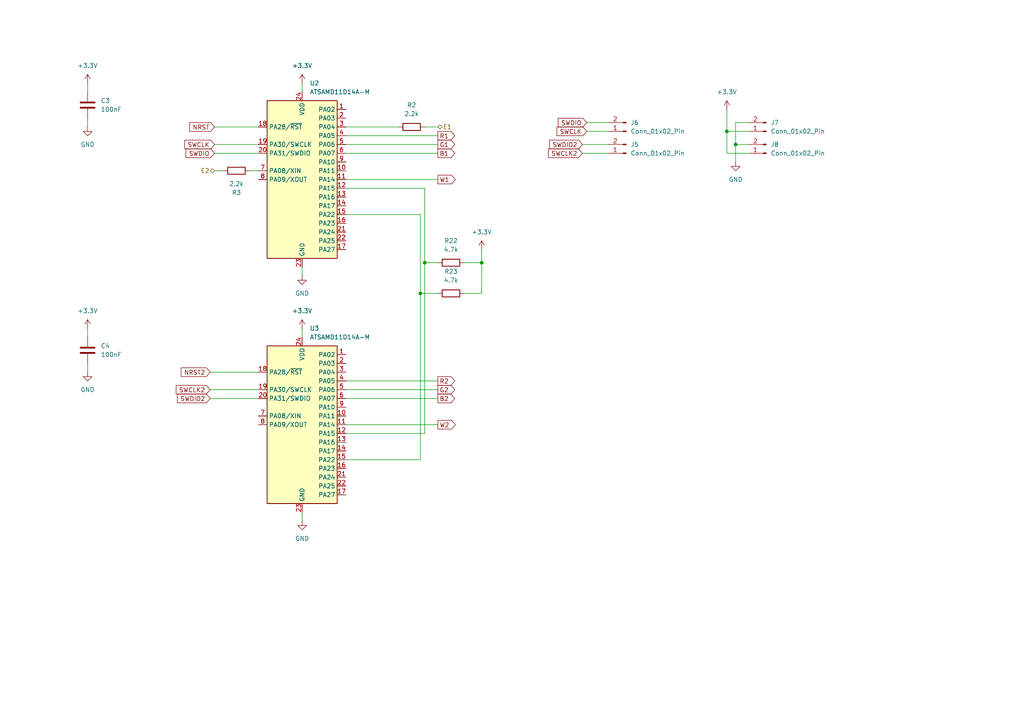
<source format=kicad_sch>
(kicad_sch (version 20231120) (generator "eeschema") (generator_version "8.0")
  (paper "A4")
  (lib_symbols
    (symbol "Connector:Conn_01x02_Pin" (pin_names (offset 1.016) hide)
      (property "Reference" "J" (at 0 2.54 0))
      (property "Value" "Conn_01x02_Pin" (at 0 -5.08 0))
      (symbol "Conn_01x02_Pin_1_1"
        (polyline (pts (xy 1.27 -2.54) (xy 0.8636 -2.54)) (stroke (width 0.1524)))
        (polyline (pts (xy 1.27 0) (xy 0.8636 0)) (stroke (width 0.1524)))
        (rectangle (start 0.8636 -2.413) (end 0 -2.667) (stroke (width 0.1524)) (fill (type outline)))
        (rectangle (start 0.8636 0.127) (end 0 -0.127) (stroke (width 0.1524)) (fill (type outline)))
        (pin passive line (at 5.08 0 180) (length 3.81) (name "Pin_1") (number "1"))
        (pin passive line (at 5.08 -2.54 180) (length 3.81) (name "Pin_2") (number "2"))
      )
    )
    (symbol "Device:C" (pin_numbers hide) (pin_names (offset 0.254))
      (property "Reference" "C" (at 0.635 2.54 0))
      (property "Value" "C" (at 0.635 -2.54 0))
      (symbol "C_0_1"
        (polyline (pts (xy -2.032 -0.762) (xy 2.032 -0.762)) (stroke (width 0.508)))
        (polyline (pts (xy -2.032 0.762) (xy 2.032 0.762)) (stroke (width 0.508)))
      )
      (symbol "C_1_1"
        (pin passive line (at 0 3.81 270) (length 2.794) (name "~") (number "1"))
        (pin passive line (at 0 -3.81 90) (length 2.794) (name "~") (number "2"))
      )
    )
    (symbol "Device:R" (pin_numbers hide) (pin_names (offset 0))
      (property "Reference" "R" (at 2.032 0 90))
      (property "Value" "R" (at 0 0 90))
      (symbol "R_0_1"
        (rectangle (start -1.016 -2.54) (end 1.016 2.54) (stroke (width 0.254)))
      )
      (symbol "R_1_1"
        (pin passive line (at 0 3.81 270) (length 1.27) (name "~") (number "1"))
        (pin passive line (at 0 -3.81 90) (length 1.27) (name "~") (number "2"))
      )
    )
    (symbol "MCU_Microchip_SAMD:ATSAMD11D14A-M"
      (property "Reference" "U" (at -10.16 24.13 0))
      (property "Value" "ATSAMD11D14A-M" (at 1.27 24.13 0))
      (symbol "ATSAMD11D14A-M_0_1"
        (rectangle (start -10.16 22.86) (end 10.16 -22.86) (stroke (width 0.254)) (fill (type background)))
      )
      (symbol "ATSAMD11D14A-M_1_1"
        (pin bidirectional line (at 12.7 20.32 180) (length 2.54) (name "PA02") (number "1"))
        (pin bidirectional line (at 12.7 2.54 180) (length 2.54) (name "PA11") (number "10"))
        (pin bidirectional line (at 12.7 0 180) (length 2.54) (name "PA14") (number "11"))
        (pin bidirectional line (at 12.7 -2.54 180) (length 2.54) (name "PA15") (number "12"))
        (pin bidirectional line (at 12.7 -5.08 180) (length 2.54) (name "PA16") (number "13"))
        (pin bidirectional line (at 12.7 -7.62 180) (length 2.54) (name "PA17") (number "14"))
        (pin bidirectional line (at 12.7 -10.16 180) (length 2.54) (name "PA22") (number "15"))
        (pin bidirectional line (at 12.7 -12.7 180) (length 2.54) (name "PA23") (number "16"))
        (pin bidirectional line (at 12.7 -20.32 180) (length 2.54) (name "PA27") (number "17"))
        (pin bidirectional line (at -12.7 15.24 0) (length 2.54) (name "PA28/~{RST}") (number "18"))
        (pin bidirectional line (at -12.7 10.16 0) (length 2.54) (name "PA30/SWCLK") (number "19"))
        (pin bidirectional line (at 12.7 17.78 180) (length 2.54) (name "PA03") (number "2"))
        (pin bidirectional line (at -12.7 7.62 0) (length 2.54) (name "PA31/SWDIO") (number "20"))
        (pin bidirectional line (at 12.7 -15.24 180) (length 2.54) (name "PA24") (number "21"))
        (pin bidirectional line (at 12.7 -17.78 180) (length 2.54) (name "PA25") (number "22"))
        (pin power_in line (at 0 -25.4 90) (length 2.54) (name "GND") (number "23"))
        (pin power_in line (at 0 25.4 270) (length 2.54) (name "VDD") (number "24"))
        (pin bidirectional line (at 12.7 15.24 180) (length 2.54) (name "PA04") (number "3"))
        (pin bidirectional line (at 12.7 12.7 180) (length 2.54) (name "PA05") (number "4"))
        (pin bidirectional line (at 12.7 10.16 180) (length 2.54) (name "PA06") (number "5"))
        (pin bidirectional line (at 12.7 7.62 180) (length 2.54) (name "PA07") (number "6"))
        (pin bidirectional line (at -12.7 2.54 0) (length 2.54) (name "PA08/XIN") (number "7"))
        (pin bidirectional line (at -12.7 0 0) (length 2.54) (name "PA09/XOUT") (number "8"))
        (pin bidirectional line (at 12.7 5.08 180) (length 2.54) (name "PA10") (number "9"))
      )
    )
    (symbol "power:+3.3V" (power) (pin_numbers hide) (pin_names (offset 0) hide)
      (property "Value" "+3.3V" (at 0 3.556 0))
      (symbol "+3.3V_0_1"
        (polyline (pts (xy -0.762 1.27) (xy 0 2.54)))
        (polyline (pts (xy 0 0) (xy 0 2.54)))
        (polyline (pts (xy 0 2.54) (xy 0.762 1.27)))
      )
      (symbol "+3.3V_1_1"
        (pin power_in line (at 0 0 90) (length 0) (name "~") (number "1"))
      )
    )
    (symbol "power:GND" (power) (pin_numbers hide) (pin_names (offset 0) hide)
      (property "Value" "GND" (at 0 -3.81 0))
      (symbol "GND_0_1"
        (polyline (pts (xy 0 0) (xy 0 -1.27) (xy 1.27 -1.27) (xy 0 -2.54) (xy -1.27 -1.27) (xy 0 -1.27)))
      )
      (symbol "GND_1_1"
        (pin power_in line (at 0 0 270) (length 0) (name "~") (number "1"))
      )
    )
  )
  (junction (at 139.7 76.2))
  (junction (at 121.92 85.09))
  (junction (at 210.82 38.1))
  (junction (at 123.19 76.2))
  (junction (at 213.36 41.91))
  (wire (pts (xy 100.33 62.23) (xy 121.92 62.23)))
  (wire (pts (xy 210.82 38.1) (xy 210.82 44.45)))
  (wire (pts (xy 62.23 44.45) (xy 74.93 44.45)))
  (wire (pts (xy 217.17 35.56) (xy 213.36 35.56)))
  (wire (pts (xy 87.63 148.59) (xy 87.63 151.13)))
  (wire (pts (xy 60.96 107.95) (xy 74.93 107.95)))
  (wire (pts (xy 25.4 24.13) (xy 25.4 26.67)))
  (wire (pts (xy 139.7 76.2) (xy 139.7 72.39)))
  (wire (pts (xy 134.62 76.2) (xy 139.7 76.2)))
  (wire (pts (xy 134.62 85.09) (xy 139.7 85.09)))
  (wire (pts (xy 210.82 38.1) (xy 217.17 38.1)))
  (wire (pts (xy 62.23 36.83) (xy 74.93 36.83)))
  (wire (pts (xy 213.36 41.91) (xy 217.17 41.91)))
  (wire (pts (xy 121.92 133.35) (xy 100.33 133.35)))
  (wire (pts (xy 100.33 41.91) (xy 127 41.91)))
  (wire (pts (xy 72.39 49.53) (xy 74.93 49.53)))
  (wire (pts (xy 87.63 97.79) (xy 87.63 95.25)))
  (wire (pts (xy 123.19 54.61) (xy 123.19 76.2)))
  (wire (pts (xy 121.92 62.23) (xy 121.92 85.09)))
  (wire (pts (xy 210.82 44.45) (xy 217.17 44.45)))
  (wire (pts (xy 123.19 36.83) (xy 127 36.83)))
  (wire (pts (xy 100.33 44.45) (xy 127 44.45)))
  (wire (pts (xy 100.33 36.83) (xy 115.57 36.83)))
  (wire (pts (xy 87.63 77.47) (xy 87.63 80.01)))
  (wire (pts (xy 168.91 41.91) (xy 176.53 41.91)))
  (wire (pts (xy 170.18 35.56) (xy 176.53 35.56)))
  (wire (pts (xy 64.77 49.53) (xy 62.23 49.53)))
  (wire (pts (xy 121.92 85.09) (xy 121.92 133.35)))
  (wire (pts (xy 100.33 115.57) (xy 127 115.57)))
  (wire (pts (xy 100.33 110.49) (xy 127 110.49)))
  (wire (pts (xy 123.19 125.73) (xy 100.33 125.73)))
  (wire (pts (xy 121.92 85.09) (xy 127 85.09)))
  (wire (pts (xy 25.4 34.29) (xy 25.4 36.83)))
  (wire (pts (xy 210.82 31.75) (xy 210.82 38.1)))
  (wire (pts (xy 62.23 41.91) (xy 74.93 41.91)))
  (wire (pts (xy 100.33 54.61) (xy 123.19 54.61)))
  (wire (pts (xy 100.33 123.19) (xy 127 123.19)))
  (wire (pts (xy 139.7 85.09) (xy 139.7 76.2)))
  (wire (pts (xy 213.36 35.56) (xy 213.36 41.91)))
  (wire (pts (xy 60.96 113.03) (xy 74.93 113.03)))
  (wire (pts (xy 213.36 41.91) (xy 213.36 46.99)))
  (wire (pts (xy 168.91 44.45) (xy 176.53 44.45)))
  (wire (pts (xy 60.96 115.57) (xy 74.93 115.57)))
  (wire (pts (xy 123.19 76.2) (xy 127 76.2)))
  (wire (pts (xy 87.63 26.67) (xy 87.63 24.13)))
  (wire (pts (xy 100.33 39.37) (xy 127 39.37)))
  (wire (pts (xy 100.33 52.07) (xy 127 52.07)))
  (wire (pts (xy 123.19 76.2) (xy 123.19 125.73)))
  (wire (pts (xy 170.18 38.1) (xy 176.53 38.1)))
  (wire (pts (xy 25.4 105.41) (xy 25.4 107.95)))
  (wire (pts (xy 100.33 113.03) (xy 127 113.03)))
  (wire (pts (xy 25.4 95.25) (xy 25.4 97.79)))
  (global_label "SWCLK2" (shape input) (at 60.96 113.03 180) (property "Intersheetrefs" "${INTERSHEET_REFS}" (effects (hide yes))))
  (global_label "R1" (shape output) (at 127 39.37 0) (property "Intersheetrefs" "${INTERSHEET_REFS}" (effects (hide yes))))
  (global_label "B2" (shape output) (at 127 115.57 0) (property "Intersheetrefs" "${INTERSHEET_REFS}" (effects (hide yes))))
  (global_label "NRST2" (shape input) (at 60.96 107.95 180) (property "Intersheetrefs" "${INTERSHEET_REFS}" (effects (hide yes))))
  (global_label "NRST" (shape input) (at 62.23 36.83 180) (property "Intersheetrefs" "${INTERSHEET_REFS}" (effects (hide yes))))
  (global_label "B1" (shape output) (at 127 44.45 0) (property "Intersheetrefs" "${INTERSHEET_REFS}" (effects (hide yes))))
  (global_label "W1" (shape output) (at 127 52.07 0) (property "Intersheetrefs" "${INTERSHEET_REFS}" (effects (hide yes))))
  (global_label "R2" (shape output) (at 127 110.49 0) (property "Intersheetrefs" "${INTERSHEET_REFS}" (effects (hide yes))))
  (global_label "SWCLK" (shape input) (at 170.18 38.1 180) (property "Intersheetrefs" "${INTERSHEET_REFS}" (effects (hide yes))))
  (global_label "W2" (shape output) (at 127 123.19 0) (property "Intersheetrefs" "${INTERSHEET_REFS}" (effects (hide yes))))
  (global_label "SWDIO" (shape input) (at 62.23 44.45 180) (property "Intersheetrefs" "${INTERSHEET_REFS}" (effects (hide yes))))
  (global_label "SWDIO2" (shape input) (at 60.96 115.57 180) (property "Intersheetrefs" "${INTERSHEET_REFS}" (effects (hide yes))))
  (global_label "SWCLK" (shape input) (at 62.23 41.91 180) (property "Intersheetrefs" "${INTERSHEET_REFS}" (effects (hide yes))))
  (global_label "SWDIO2" (shape input) (at 168.91 41.91 180) (property "Intersheetrefs" "${INTERSHEET_REFS}" (effects (hide yes))))
  (global_label "SWDIO" (shape input) (at 170.18 35.56 180) (property "Intersheetrefs" "${INTERSHEET_REFS}" (effects (hide yes))))
  (global_label "G2" (shape output) (at 127 113.03 0) (property "Intersheetrefs" "${INTERSHEET_REFS}" (effects (hide yes))))
  (global_label "SWCLK2" (shape input) (at 168.91 44.45 180) (property "Intersheetrefs" "${INTERSHEET_REFS}" (effects (hide yes))))
  (global_label "G1" (shape output) (at 127 41.91 0) (property "Intersheetrefs" "${INTERSHEET_REFS}" (effects (hide yes))))
  (hierarchical_label "E2" (shape bidirectional) (at 62.23 49.53 180))
  (hierarchical_label "E1" (shape bidirectional) (at 127 36.83 0))
  (symbol (lib_id "power:+3.3V") (at 87.63 24.13 0) (unit 1)
    (property "Reference" "#PWR09" (effects (hide yes)))
    (property "Value" "+3.3V" (at 87.63 19.05 0))
    (property "Description" "Power symbol creates a global label with name \"+3.3V\"" (effects (hide yes)))
  )
  (symbol (lib_id "Device:C") (at 25.4 30.48 0) (unit 1)
    (property "Reference" "C3" (at 29.21 29.2099 0) (effects (justify left)))
    (property "Value" "100nF" (at 29.21 31.7499 0) (effects (justify left)))
    (property "Footprint" "Capacitor_SMD:C_0805_2012Metric" (effects (hide yes)))
    (property "Description" "Unpolarized capacitor" (effects (hide yes)))
  )
  (symbol (lib_id "power:+3.3V") (at 87.63 95.25 0) (unit 1)
    (property "Reference" "#PWR017" (effects (hide yes)))
    (property "Value" "+3.3V" (at 87.63 90.17 0))
    (property "Description" "Power symbol creates a global label with name \"+3.3V\"" (effects (hide yes)))
  )
  (symbol (lib_id "Device:R") (at 130.81 76.2 90) (unit 1)
    (property "Reference" "R22" (at 130.81 69.85 90))
    (property "Value" "4.7k" (at 130.81 72.39 90))
    (property "Footprint" "Resistor_SMD:R_0805_2012Metric" (effects (hide yes)))
    (property "Description" "Resistor" (effects (hide yes)))
  )
  (symbol (lib_id "Device:C") (at 25.4 101.6 0) (unit 1)
    (property "Reference" "C4" (at 29.21 100.3299 0) (effects (justify left)))
    (property "Value" "100nF" (at 29.21 102.8699 0) (effects (justify left)))
    (property "Footprint" "Capacitor_SMD:C_0805_2012Metric" (effects (hide yes)))
    (property "Description" "Unpolarized capacitor" (effects (hide yes)))
  )
  (symbol (lib_id "power:GND") (at 25.4 107.95 0) (unit 1)
    (property "Reference" "#PWR018" (effects (hide yes)))
    (property "Value" "GND" (at 25.4 113.03 0))
    (property "Description" "Power symbol creates a global label with name \"GND\" , ground" (effects (hide yes)))
  )
  (symbol (lib_id "Connector:Conn_01x02_Pin") (at 222.25 44.45 180) (unit 1)
    (property "Reference" "J8" (at 223.52 41.9099 0) (effects (justify right)))
    (property "Value" "Conn_01x02_Pin" (at 223.52 44.4499 0) (effects (justify right)))
    (property "Footprint" "Connector_PinHeader_2.54mm:PinHeader_1x02_P2.54mm_Vertical" (effects (hide yes)))
    (property "Description" "Generic connector, single row, 01x02, script generated" (effects (hide yes)))
  )
  (symbol (lib_id "Connector:Conn_01x02_Pin") (at 222.25 38.1 180) (unit 1)
    (property "Reference" "J7" (at 223.52 35.5599 0) (effects (justify right)))
    (property "Value" "Conn_01x02_Pin" (at 223.52 38.0999 0) (effects (justify right)))
    (property "Footprint" "Connector_PinHeader_2.54mm:PinHeader_1x02_P2.54mm_Vertical" (effects (hide yes)))
    (property "Description" "Generic connector, single row, 01x02, script generated" (effects (hide yes)))
  )
  (symbol (lib_id "power:+3.3V") (at 210.82 31.75 0) (unit 1)
    (property "Reference" "#PWR010" (effects (hide yes)))
    (property "Value" "+3.3V" (at 210.82 26.67 0))
    (property "Description" "Power symbol creates a global label with name \"+3.3V\"" (effects (hide yes)))
  )
  (symbol (lib_id "Device:R") (at 119.38 36.83 90) (unit 1)
    (property "Reference" "R2" (at 119.38 30.48 90))
    (property "Value" "2.2k" (at 119.38 33.02 90))
    (property "Footprint" "Resistor_SMD:R_0805_2012Metric" (effects (hide yes)))
    (property "Description" "Resistor" (effects (hide yes)))
  )
  (symbol (lib_id "power:GND") (at 87.63 151.13 0) (unit 1)
    (property "Reference" "#PWR019" (effects (hide yes)))
    (property "Value" "GND" (at 87.63 156.21 0))
    (property "Description" "Power symbol creates a global label with name \"GND\" , ground" (effects (hide yes)))
  )
  (symbol (lib_id "power:GND") (at 25.4 36.83 0) (unit 1)
    (property "Reference" "#PWR011" (effects (hide yes)))
    (property "Value" "GND" (at 25.4 41.91 0))
    (property "Description" "Power symbol creates a global label with name \"GND\" , ground" (effects (hide yes)))
  )
  (symbol (lib_id "power:+3.3V") (at 25.4 24.13 0) (unit 1)
    (property "Reference" "#PWR08" (effects (hide yes)))
    (property "Value" "+3.3V" (at 25.4 19.05 0))
    (property "Description" "Power symbol creates a global label with name \"+3.3V\"" (effects (hide yes)))
  )
  (symbol (lib_id "MCU_Microchip_SAMD:ATSAMD11D14A-M") (at 87.63 123.19 0) (unit 1)
    (property "Reference" "U3" (at 89.8241 95.25 0) (effects (justify left)))
    (property "Value" "ATSAMD11D14A-M" (at 89.8241 97.79 0) (effects (justify left)))
    (property "Footprint" "Package_DFN_QFN:QFN-24-1EP_4x4mm_P0.5mm_EP2.6x2.6mm" (effects (hide yes)))
    (property "Datasheet" "http://ww1.microchip.com/downloads/en/DeviceDoc/Atmel-42363-SAM-D11_Datasheet.pdf" (effects (hide yes)))
    (property "Description" "ARM Cortex-M0+ MCU, 48MHz, 16KB Flash, 4KB RAM, 1.6-3.6V, 22 GPIO, QFN-24" (effects (hide yes)))
  )
  (symbol (lib_id "power:GND") (at 87.63 80.01 0) (unit 1)
    (property "Reference" "#PWR015" (effects (hide yes)))
    (property "Value" "GND" (at 87.63 85.09 0))
    (property "Description" "Power symbol creates a global label with name \"GND\" , ground" (effects (hide yes)))
  )
  (symbol (lib_id "Device:R") (at 130.81 85.09 90) (unit 1)
    (property "Reference" "R23" (at 130.81 78.74 90))
    (property "Value" "4.7k" (at 130.81 81.28 90))
    (property "Footprint" "Resistor_SMD:R_0805_2012Metric" (effects (hide yes)))
    (property "Description" "Resistor" (effects (hide yes)))
  )
  (symbol (lib_id "power:+3.3V") (at 139.7 72.39 0) (unit 1)
    (property "Reference" "#PWR012" (effects (hide yes)))
    (property "Value" "+3.3V" (at 139.7 67.31 0))
    (property "Description" "Power symbol creates a global label with name \"+3.3V\"" (effects (hide yes)))
  )
  (symbol (lib_id "power:+3.3V") (at 25.4 95.25 0) (unit 1)
    (property "Reference" "#PWR016" (effects (hide yes)))
    (property "Value" "+3.3V" (at 25.4 90.17 0))
    (property "Description" "Power symbol creates a global label with name \"+3.3V\"" (effects (hide yes)))
  )
  (symbol (lib_id "Device:R") (at 68.58 49.53 270) (unit 1)
    (property "Reference" "R3" (at 68.58 55.88 90))
    (property "Value" "2.2k" (at 68.58 53.34 90))
    (property "Footprint" "Resistor_SMD:R_0805_2012Metric" (effects (hide yes)))
    (property "Description" "Resistor" (effects (hide yes)))
  )
  (symbol (lib_id "Connector:Conn_01x02_Pin") (at 181.61 44.45 180) (unit 1)
    (property "Reference" "J5" (at 182.88 41.9099 0) (effects (justify right)))
    (property "Value" "Conn_01x02_Pin" (at 182.88 44.4499 0) (effects (justify right)))
    (property "Footprint" "Connector_PinHeader_2.54mm:PinHeader_1x02_P2.54mm_Vertical" (effects (hide yes)))
    (property "Description" "Generic connector, single row, 01x02, script generated" (effects (hide yes)))
  )
  (symbol (lib_id "power:GND") (at 213.36 46.99 0) (unit 1)
    (property "Reference" "#PWR030" (effects (hide yes)))
    (property "Value" "GND" (at 213.36 52.07 0))
    (property "Description" "Power symbol creates a global label with name \"GND\" , ground" (effects (hide yes)))
  )
  (symbol (lib_id "MCU_Microchip_SAMD:ATSAMD11D14A-M") (at 87.63 52.07 0) (unit 1)
    (property "Reference" "U2" (at 89.8241 24.13 0) (effects (justify left)))
    (property "Value" "ATSAMD11D14A-M" (at 89.8241 26.67 0) (effects (justify left)))
    (property "Footprint" "Package_DFN_QFN:QFN-24-1EP_4x4mm_P0.5mm_EP2.6x2.6mm" (effects (hide yes)))
    (property "Datasheet" "http://ww1.microchip.com/downloads/en/DeviceDoc/Atmel-42363-SAM-D11_Datasheet.pdf" (effects (hide yes)))
    (property "Description" "ARM Cortex-M0+ MCU, 48MHz, 16KB Flash, 4KB RAM, 1.6-3.6V, 22 GPIO, QFN-24" (effects (hide yes)))
  )
  (symbol (lib_id "Connector:Conn_01x02_Pin") (at 181.61 38.1 180) (unit 1)
    (property "Reference" "J6" (at 182.88 35.5599 0) (effects (justify right)))
    (property "Value" "Conn_01x02_Pin" (at 182.88 38.0999 0) (effects (justify right)))
    (property "Footprint" "Connector_PinHeader_2.54mm:PinHeader_1x02_P2.54mm_Vertical" (effects (hide yes)))
    (property "Description" "Generic connector, single row, 01x02, script generated" (effects (hide yes)))
  )
)
</source>
